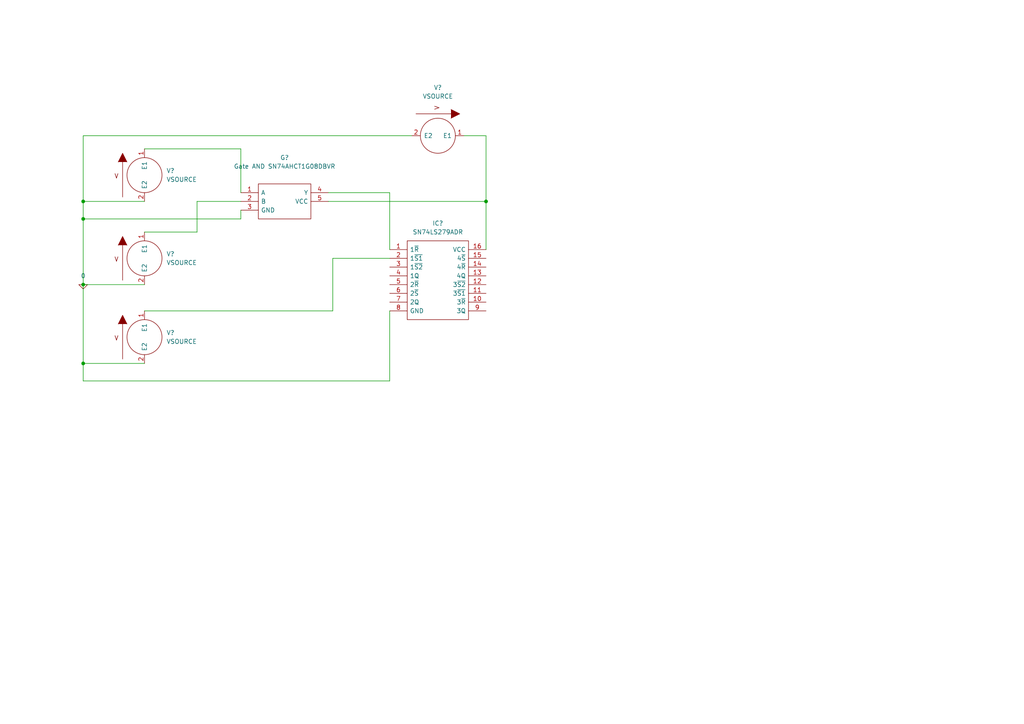
<source format=kicad_sch>
(kicad_sch (version 20211123) (generator eeschema)
  (paper "A4")
  (lib_symbols
    (symbol "EPSA_lib:Gate AND SN74AHCT1G08DBVR" (pin_names (offset 0.762))
      (property "Reference" "G" (at 33.02 8.89 0))
      (property "Value" "Gate AND SN74AHCT1G08DBVR" (at 33.02 11.43 0))
      (property "Spice_Lib_File" "${EPSA}\\SpiceModel\\AND_SN74AHC1G08.lib" (at 33.02 13.97 0))
      (symbol "Gate AND SN74AHCT1G08DBVR_0_0"
        (pin passive line (at 0 0 0) (length 5.08) (name "A") (number "1"))
        (pin passive line (at 0 -2.54 0) (length 5.08) (name "B") (number "2"))
        (pin passive line (at 0 -5.08 0) (length 5.08) (name "GND") (number "3"))
        (pin passive line (at 25.4 0 180) (length 5.08) (name "Y") (number "4"))
        (pin passive line (at 25.4 -2.54 180) (length 5.08) (name "VCC") (number "5"))
      )
      (symbol "Gate AND SN74AHCT1G08DBVR_0_1"
        (polyline (pts (xy 5.08 2.54) (xy 20.32 2.54) (xy 20.32 -7.62) (xy 5.08 -7.62) (xy 5.08 2.54)) (stroke (width 0.1524)))
      )
    )
    (symbol "SN74LS279ADR:SN74LS279ADR" (pin_names (offset 0.762))
      (property "Reference" "IC" (at 24.13 7.62 0))
      (property "Value" "SN74LS279ADR" (at 24.13 5.08 0))
      (symbol "SN74LS279ADR_0_0"
        (pin passive line (at 0 0 0) (length 5.08) (name "1~{R}") (number "1"))
        (pin passive line (at 27.94 -15.24 180) (length 5.08) (name "3~{R}") (number "10"))
        (pin passive line (at 27.94 -12.7 180) (length 5.08) (name "3~{S1}") (number "11"))
        (pin passive line (at 27.94 -10.16 180) (length 5.08) (name "3~{S2}") (number "12"))
        (pin passive line (at 27.94 -7.62 180) (length 5.08) (name "4Q") (number "13"))
        (pin passive line (at 27.94 -5.08 180) (length 5.08) (name "4~{R}") (number "14"))
        (pin passive line (at 27.94 -2.54 180) (length 5.08) (name "4~{S}") (number "15"))
        (pin passive line (at 27.94 0 180) (length 5.08) (name "VCC") (number "16"))
        (pin passive line (at 0 -2.54 0) (length 5.08) (name "1~{S1}") (number "2"))
        (pin passive line (at 0 -5.08 0) (length 5.08) (name "1~{S2}") (number "3"))
        (pin passive line (at 0 -7.62 0) (length 5.08) (name "1Q") (number "4"))
        (pin passive line (at 0 -10.16 0) (length 5.08) (name "2~{R}") (number "5"))
        (pin passive line (at 0 -12.7 0) (length 5.08) (name "2~{S}") (number "6"))
        (pin passive line (at 0 -15.24 0) (length 5.08) (name "2Q") (number "7"))
        (pin passive line (at 0 -17.78 0) (length 5.08) (name "GND") (number "8"))
        (pin passive line (at 27.94 -17.78 180) (length 5.08) (name "3Q") (number "9"))
      )
      (symbol "SN74LS279ADR_0_1"
        (polyline (pts (xy 5.08 2.54) (xy 22.86 2.54) (xy 22.86 -20.32) (xy 5.08 -20.32) (xy 5.08 2.54)) (stroke (width 0.1524)))
      )
    )
    (symbol "pspice:0" (power) (pin_names (offset 0))
      (property "Value" "0" (at 0 -1.778 0))
      (symbol "0_0_1"
        (polyline (pts (xy -1.27 0) (xy 0 -1.27) (xy 1.27 0) (xy -1.27 0)))
      )
      (symbol "0_1_1"
        (pin power_in line (at 0 0 0) (length 0) hide (name "0") (number "1"))
      )
    )
    (symbol "pspice:VSOURCE" (pin_names (offset 1.016))
      (property "Reference" "V" (at -6.35 7.62 0))
      (property "Value" "VSOURCE" (at 0 0 0))
      (symbol "VSOURCE_0_1"
        (polyline (pts (xy -6.35 -6.35) (xy -6.35 3.81)) (fill (type outline)))
        (polyline (pts (xy -7.62 3.81) (xy -6.35 6.35) (xy -5.08 3.81)) (fill (type outline)))
        (circle (center 0 0) (radius 5.08))
        (text "V" (at -8.128 -0.254 0) (effects (font (size 1.27 1.27))))
      )
      (symbol "VSOURCE_1_1"
        (pin input line (at 0 7.62 270) (length 2.54) (name "E1") (number "1"))
        (pin input line (at 0 -7.62 90) (length 2.54) (name "E2") (number "2"))
      )
    )
  )
  (junction (at 24.13 63.5))
  (junction (at 140.97 58.42))
  (junction (at 24.13 82.55))
  (junction (at 24.13 58.42))
  (junction (at 24.13 105.41))
  (wire (pts (xy 24.13 82.55) (xy 24.13 63.5)))
  (wire (pts (xy 95.25 58.42) (xy 140.97 58.42)))
  (wire (pts (xy 140.97 58.42) (xy 140.97 72.39)))
  (wire (pts (xy 69.85 63.5) (xy 24.13 63.5)))
  (wire (pts (xy 113.03 110.49) (xy 24.13 110.49)))
  (wire (pts (xy 24.13 58.42) (xy 41.91 58.42)))
  (wire (pts (xy 134.62 39.37) (xy 140.97 39.37)))
  (wire (pts (xy 24.13 110.49) (xy 24.13 105.41)))
  (wire (pts (xy 140.97 39.37) (xy 140.97 58.42)))
  (wire (pts (xy 57.15 58.42) (xy 69.85 58.42)))
  (wire (pts (xy 113.03 90.17) (xy 113.03 110.49)))
  (wire (pts (xy 69.85 60.96) (xy 69.85 63.5)))
  (wire (pts (xy 95.25 55.88) (xy 113.03 55.88)))
  (wire (pts (xy 24.13 82.55) (xy 24.13 105.41)))
  (wire (pts (xy 113.03 55.88) (xy 113.03 72.39)))
  (wire (pts (xy 41.91 82.55) (xy 24.13 82.55)))
  (wire (pts (xy 41.91 43.18) (xy 69.85 43.18)))
  (wire (pts (xy 24.13 105.41) (xy 41.91 105.41)))
  (wire (pts (xy 119.38 39.37) (xy 24.13 39.37)))
  (wire (pts (xy 24.13 63.5) (xy 24.13 58.42)))
  (wire (pts (xy 69.85 43.18) (xy 69.85 55.88)))
  (wire (pts (xy 41.91 67.31) (xy 57.15 67.31)))
  (wire (pts (xy 41.91 90.17) (xy 96.52 90.17)))
  (wire (pts (xy 96.52 74.93) (xy 113.03 74.93)))
  (wire (pts (xy 96.52 90.17) (xy 96.52 74.93)))
  (wire (pts (xy 24.13 39.37) (xy 24.13 58.42)))
  (wire (pts (xy 57.15 67.31) (xy 57.15 58.42)))
  (symbol (lib_id "pspice:0") (at 24.13 82.55 0) (unit 1)
    (property "Reference" "#GND?" (effects hide))
    (property "Value" "0" (at 24.13 80.01 0))
  )
  (symbol (lib_id "SN74LS279ADR:SN74LS279ADR") (at 113.03 72.39 0) (unit 1)
    (property "Reference" "IC?" (at 127 64.77 0))
    (property "Value" "SN74LS279ADR" (at 127 67.31 0))
    (property "Footprint" "SOIC127P600X175-16N" (effects hide))
    (property "Datasheet" "http://www.ti.com/lit/gpn/sn74ls279a" (effects hide))
    (property "Description" "Quad /S-/R latches" (effects hide))
    (property "Height" "1.75" (effects hide))
    (property "Manufacturer_Name" "Texas Instruments" (effects hide))
    (property "Manufacturer_Part_Number" "SN74LS279ADR" (effects hide))
    (property "Mouser Part Number" "595-SN74LS279ADR" (effects hide))
    (property "Mouser Price/Stock" "https://www.mouser.co.uk/ProductDetail/Texas-Instruments/SN74LS279ADR?qs=SL3LIuy2dWzzU%252BQ4MHX3dA%3D%3D" (effects hide))
    (property "Arrow Part Number" "SN74LS279ADR" (effects hide))
    (property "Arrow Price/Stock" "https://www.arrow.com/en/products/sn74ls279adr/texas-instruments?region=nac" (effects hide))
  )
  (symbol (lib_id "EPSA_lib:Gate AND SN74AHCT1G08DBVR") (at 69.85 55.88 0) (unit 1)
    (property "Reference" "G?" (at 82.55 45.72 0))
    (property "Value" "Gate AND SN74AHCT1G08DBVR" (at 82.55 48.26 0))
    (property "Footprint" "SOT95P280X145-5N" (effects hide))
    (property "Datasheet" "https://datasheet.datasheetarchive.com/originals/distributors/SFDatasheet-6/sf-000128638.pdf" (effects hide))
    (property "Description" "SN74AHCT1G08DBVR, Logic Gate 2 Input AND, AHCT, 8mA 5V 5-Pin SOT-23" (effects hide))
    (property "Height" "1.45" (effects hide))
    (property "Manufacturer_Name" "Texas Instruments" (effects hide))
    (property "Manufacturer_Part_Number" "SN74AHCT1G08DBVR" (effects hide))
    (property "Mouser Part Number" "595-SN74AHCT1G08DBVR" (effects hide))
    (property "Mouser Price/Stock" "https://www.mouser.co.uk/ProductDetail/Texas-Instruments/SN74AHCT1G08DBVR?qs=8Pd2FuFSoMGY9AK%2Ftqwbcw%3D%3D" (effects hide))
    (property "Arrow Part Number" "SN74AHCT1G08DBVR" (effects hide))
    (property "Arrow Price/Stock" "https://www.arrow.com/en/products/sn74ahct1g08dbvr/texas-instruments?region=nac" (effects hide))
    (property "Spice_Primitive" "X" (effects hide))
    (property "Spice_Model" "SN74AHC1G08" (effects hide))
    (property "Spice_Netlist_Enabled" "Y" (effects hide))
    (property "Spice_Node_Sequence" "4,1,2,5,3" (effects hide))
    (property "Spice_Lib_File" "${EPSA}\\SpiceModel\\AND_SN74AHC1G08.lib" (at 82.55 50.8 0))
  )
  (symbol (lib_id "pspice:VSOURCE") (at 41.91 74.93 0) (unit 1)
    (property "Reference" "V?" (at 48.26 73.6599 0) (effects (justify left)))
    (property "Value" "VSOURCE" (at 48.26 76.1999 0) (effects (justify left)))
  )
  (symbol (lib_id "pspice:VSOURCE") (at 41.91 97.79 0) (unit 1)
    (property "Reference" "V?" (at 48.26 96.5199 0) (effects (justify left)))
    (property "Value" "VSOURCE" (at 48.26 99.0599 0) (effects (justify left)))
  )
  (symbol (lib_id "pspice:VSOURCE") (at 41.91 50.8 0) (unit 1)
    (property "Reference" "V?" (at 48.26 49.5299 0) (effects (justify left)))
    (property "Value" "VSOURCE" (at 48.26 52.0699 0) (effects (justify left)))
  )
  (symbol (lib_id "pspice:VSOURCE") (at 127 39.37 270) (unit 1)
    (property "Reference" "V?" (at 127 25.4 90))
    (property "Value" "VSOURCE" (at 127 27.94 90))
  )
)
</source>
